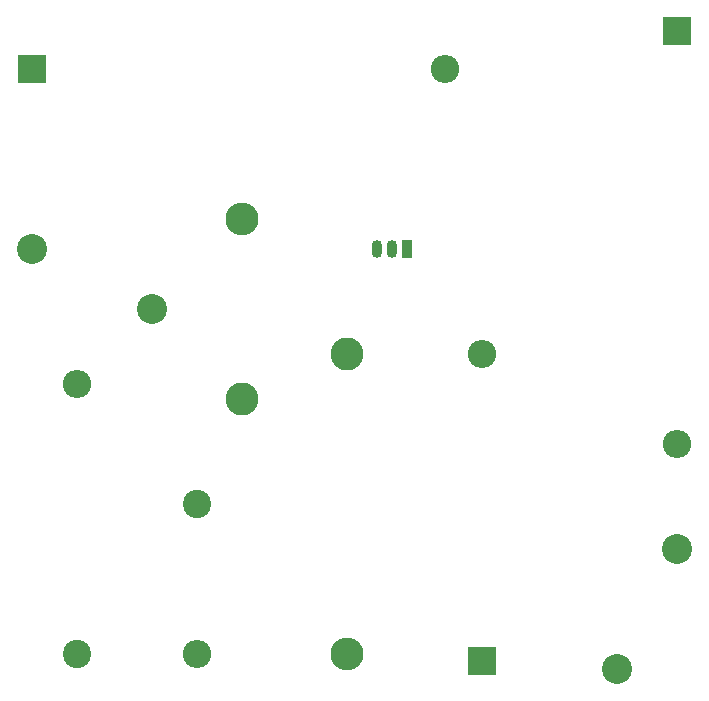
<source format=gbr>
G04 #@! TF.FileFunction,Copper,L2,Bot,Signal*
%FSLAX46Y46*%
G04 Gerber Fmt 4.6, Leading zero omitted, Abs format (unit mm)*
G04 Created by KiCad (PCBNEW 4.0.5) date 05/25/17 00:15:28*
%MOMM*%
%LPD*%
G01*
G04 APERTURE LIST*
%ADD10C,0.100000*%
%ADD11C,2.540000*%
%ADD12R,2.400000X2.400000*%
%ADD13O,2.400000X2.400000*%
%ADD14O,0.900000X1.500000*%
%ADD15R,0.900000X1.500000*%
%ADD16C,2.400000*%
%ADD17C,2.800000*%
%ADD18O,2.800000X2.800000*%
G04 APERTURE END LIST*
D10*
D11*
X91440000Y-102870000D03*
X81280000Y-97790000D03*
X135890000Y-123190000D03*
X130810000Y-133350000D03*
D12*
X81280000Y-82550000D03*
D13*
X116280000Y-82550000D03*
D12*
X119380000Y-132680000D03*
D13*
X119380000Y-106680000D03*
D12*
X135890000Y-79300000D03*
D13*
X135890000Y-114300000D03*
D14*
X111760000Y-97790000D03*
X110490000Y-97790000D03*
D15*
X113030000Y-97790000D03*
D16*
X95250000Y-119380000D03*
D13*
X95250000Y-132080000D03*
D16*
X85090000Y-132080000D03*
D13*
X85090000Y-109220000D03*
D17*
X99060000Y-110490000D03*
D18*
X99060000Y-95250000D03*
D17*
X107950000Y-106680000D03*
D18*
X107950000Y-132080000D03*
M02*

</source>
